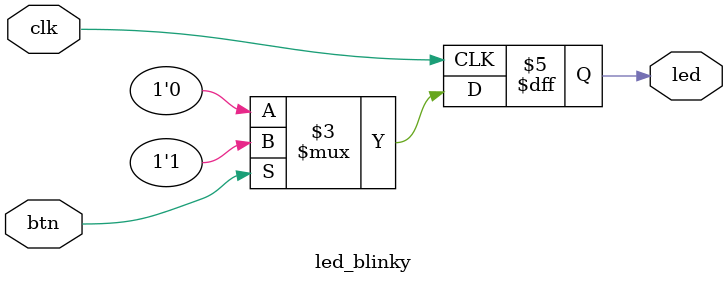
<source format=v>
`timescale 1ns / 1ps


module led_blinky(
    input clk, 
    input btn,
    output reg led);

    always @(posedge clk) begin
        if (btn) begin
            led <= 1'b1;
        end else begin
            led <= 1'b0;
        end
        
    end
endmodule

</source>
